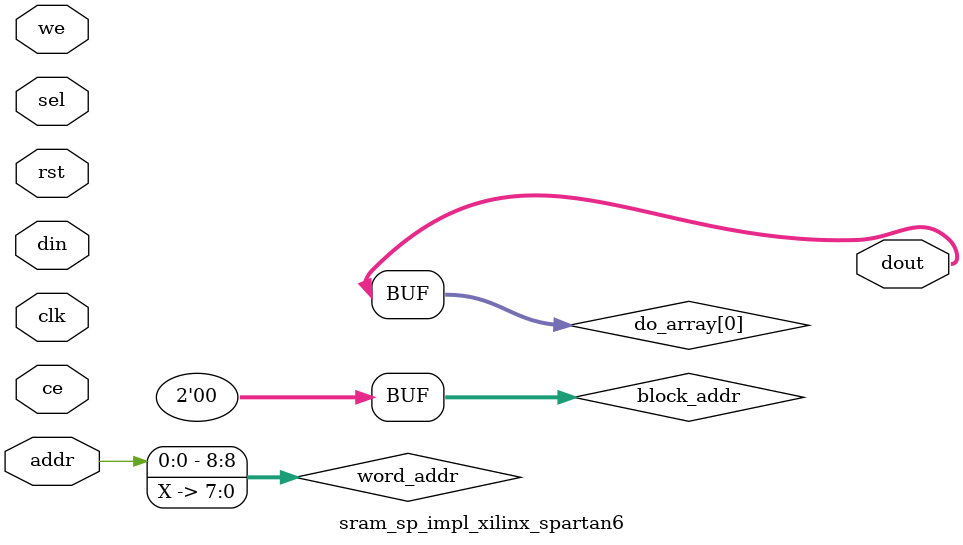
<source format=sv>
/* Copyright (c) 2012-2013 by the author(s)
 *
 * Permission is hereby granted, free of charge, to any person obtaining a copy
 * of this software and associated documentation files (the "Software"), to deal
 * in the Software without restriction, including without limitation the rights
 * to use, copy, modify, merge, publish, distribute, sublicense, and/or sell
 * copies of the Software, and to permit persons to whom the Software is
 * furnished to do so, subject to the following conditions:
 *
 * The above copyright notice and this permission notice shall be included in
 * all copies or substantial portions of the Software.
 *
 * THE SOFTWARE IS PROVIDED "AS IS", WITHOUT WARRANTY OF ANY KIND, EXPRESS OR
 * IMPLIED, INCLUDING BUT NOT LIMITED TO THE WARRANTIES OF MERCHANTABILITY,
 * FITNESS FOR A PARTICULAR PURPOSE AND NONINFRINGEMENT. IN NO EVENT SHALL THE
 * AUTHORS OR COPYRIGHT HOLDERS BE LIABLE FOR ANY CLAIM, DAMAGES OR OTHER
 * LIABILITY, WHETHER IN AN ACTION OF CONTRACT, TORT OR OTHERWISE, ARISING FROM,
 * OUT OF OR IN CONNECTION WITH THE SOFTWARE OR THE USE OR OTHER DEALINGS IN
 * THE SOFTWARE.
 *
 * =============================================================================
 *
 * This is the actual memory element implemented as Xilinx Spartan 6 block RAM
 * in the local tile memory.
 *
 * Author(s):
 *   Stefan Wallentowitz <stefan.wallentowitz@tum.de>
 */

module sram_sp_impl_xilinx_spartan6(/*AUTOARG*/
   // Outputs
   dout,
   // Inputs
   clk, rst, sel, addr, we, ce, din
   );

   // Memory size in bytes
   parameter MEM_SIZE  = 'hx;

   // Memory size in words
   localparam MEM_WORDS = MEM_SIZE >> 2;

   // 16 kbit BRAM is 2 kByte are 512 = 2^9 words
   // BLOCKNUM = ceil(MEM_WORDS/WORDS_PER_BLOCK)
   localparam BLOCKNUM = (MEM_WORDS >> 9) + |MEM_WORDS[8:0];

   /**
    * +-------+---------------+
    * | Block | Word in Block |
    * +-------+---------------+
    */

   // The width of the address bus
   localparam AW = $clog2(MEM_WORDS);

   input          clk;
   input          rst;
   input [3:0]    sel;
   input [AW-1:0] addr;
   input          we;
   input          ce;
   input [31:0]   din;
   output [31:0]  dout;


   // The width of the block address
   localparam BLOCK_AW = $clog2(BLOCKNUM);

   localparam WORD_AW = 9;

   wire [BLOCK_AW-1:0] block_addr;
   wire [WORD_AW-1:0]  word_addr;

   assign block_addr = addr >> WORD_AW;
   assign word_addr = addr[WORD_AW-1:0];

   wire [31:0] do_array [0:BLOCKNUM-1];

   assign dout = do_array[block_addr];

   generate
      genvar i;
      for (i=0;i<BLOCKNUM;i=i+1) begin
         RAMB16BWER
             #(.DATA_WIDTH_A (36))
         u_ram(.DOA    (do_array[i]),
               .DOPA   (),
               .DIA    (din),
               .DIPA   (4'h0),
               .ADDRA  ({word_addr,2'b00,3'b000}), // | word in block | byte in word | bit in byte |
               .WEA    (sel & {4{ce & we & (block_addr==i)}}),
               .ENA    (1'b1),
               .RSTA   (rst),
               .REGCEA (1'b0),
               .CLKA   (clk),
               .DOB    (),
               .DOPB   (),
               .DIB    (32'h0),
               .DIPB   (4'h0),
               .ADDRB  (14'h0),
               .WEB    (4'h0),
               .ENB    (1'b0),
               .RSTB   (1'b0),
               .REGCEB (1'b0),
               .CLKB   (1'b0));
      end
   endgenerate
endmodule

</source>
